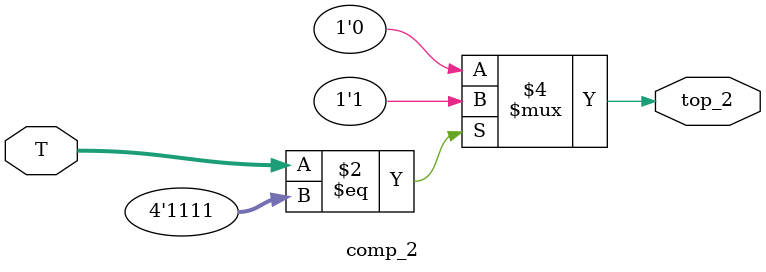
<source format=v>
`timescale 1ns / 1ps
module comp_2 (T, top_2); //corrimientos 0 a 15
	input [3:0]	T;
	output reg top_2;

    always @(T) begin
		if (T == 4'b1111) top_2 <= 1'b1;//camb top corrim
		else top_2 <= 1'b0;
	end
endmodule

</source>
